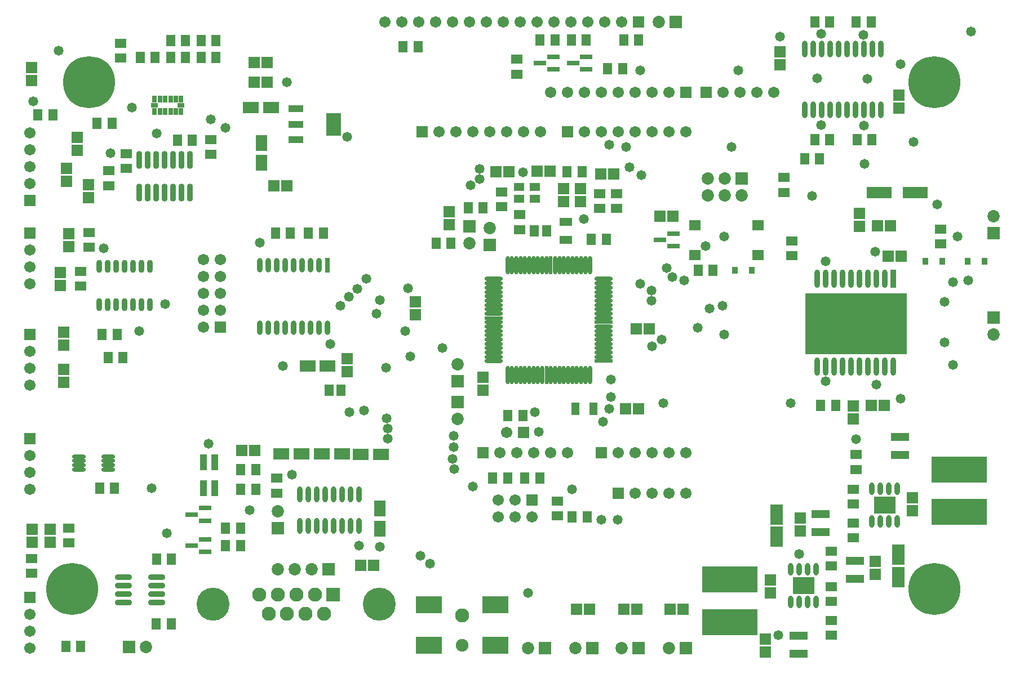
<source format=gts>
G04 Layer_Color=8388736*
%FSAX24Y24*%
%MOIN*%
G70*
G01*
G75*
%ADD97R,0.5986X0.3623*%
%ADD98O,0.0330X0.1080*%
%ADD99R,0.0330X0.1080*%
%ADD100O,0.0240X0.1080*%
%ADD101R,0.0240X0.1080*%
%ADD102O,0.1080X0.0240*%
%ADD103R,0.1080X0.0240*%
%ADD104R,0.0316X0.0867*%
%ADD105O,0.0316X0.0867*%
%ADD106O,0.1025X0.0356*%
%ADD107R,0.0710X0.0671*%
%ADD108R,0.0572X0.0651*%
%ADD109R,0.0651X0.0572*%
%ADD110R,0.0907X0.0434*%
%ADD111R,0.0907X0.1340*%
%ADD112O,0.0356X0.1064*%
%ADD113R,0.0316X0.0434*%
%ADD114R,0.0434X0.0316*%
%ADD115R,0.0749X0.0316*%
%ADD116R,0.1300X0.1029*%
%ADD117O,0.0316X0.0749*%
%ADD118O,0.0316X0.0986*%
%ADD119R,0.0690X0.0592*%
%ADD120O,0.0316X0.0946*%
%ADD121O,0.0808X0.0257*%
%ADD122R,0.3308X0.1537*%
%ADD123R,0.0749X0.1222*%
%ADD124R,0.0330X0.0410*%
%ADD125R,0.0671X0.0710*%
%ADD126R,0.1104X0.0513*%
%ADD127R,0.0710X0.0946*%
%ADD128R,0.0946X0.0710*%
%ADD129R,0.1458X0.0710*%
%ADD130R,0.0533X0.0651*%
%ADD131R,0.0749X0.0513*%
%ADD132R,0.0513X0.0749*%
%ADD133O,0.0356X0.0769*%
%ADD134R,0.0592X0.0513*%
%ADD135R,0.0395X0.0946*%
%ADD136R,0.1576X0.1025*%
%ADD137C,0.0730*%
%ADD138R,0.0730X0.0730*%
%ADD139C,0.0671*%
%ADD140R,0.0671X0.0671*%
%ADD141R,0.0671X0.0671*%
%ADD142C,0.3080*%
%ADD143R,0.0730X0.0730*%
%ADD144C,0.0830*%
%ADD145R,0.0830X0.0830*%
%ADD146C,0.1954*%
%ADD147C,0.0828*%
%ADD148C,0.0749*%
%ADD149C,0.0580*%
D97*
X060350Y030700D02*
D03*
D98*
X062550Y028141D02*
D03*
X062050D02*
D03*
X061550D02*
D03*
X061050D02*
D03*
X060550D02*
D03*
X060050D02*
D03*
X059550D02*
D03*
X059050D02*
D03*
X058550D02*
D03*
X058050D02*
D03*
Y033350D02*
D03*
X058550D02*
D03*
X059050D02*
D03*
X059550D02*
D03*
X060050D02*
D03*
X060550D02*
D03*
X061050D02*
D03*
X061550D02*
D03*
X062050D02*
D03*
D99*
X062550D02*
D03*
D100*
X044606Y027644D02*
D03*
X044350D02*
D03*
X044094D02*
D03*
X043838D02*
D03*
X043582D02*
D03*
X043326D02*
D03*
X043070D02*
D03*
X042814D02*
D03*
X042558D02*
D03*
X042302D02*
D03*
X041790D02*
D03*
X041534D02*
D03*
X041278D02*
D03*
X041022D02*
D03*
X040766D02*
D03*
X040510D02*
D03*
X040254D02*
D03*
X039998D02*
D03*
X039742D02*
D03*
Y034168D02*
D03*
X039998D02*
D03*
X040254D02*
D03*
X040510D02*
D03*
X040766D02*
D03*
X041022D02*
D03*
X041278D02*
D03*
X041534D02*
D03*
X041790D02*
D03*
X042046D02*
D03*
X042558D02*
D03*
X042814D02*
D03*
X043070D02*
D03*
X043326D02*
D03*
X043582D02*
D03*
X043838D02*
D03*
X044094D02*
D03*
X044350D02*
D03*
X044606D02*
D03*
D101*
X042046Y027644D02*
D03*
X042302Y034168D02*
D03*
D102*
X038912Y028474D02*
D03*
Y028730D02*
D03*
Y028986D02*
D03*
Y029242D02*
D03*
Y029498D02*
D03*
Y029754D02*
D03*
Y030010D02*
D03*
Y030266D02*
D03*
Y030522D02*
D03*
Y030778D02*
D03*
Y031290D02*
D03*
Y031546D02*
D03*
Y031802D02*
D03*
Y032058D02*
D03*
Y032314D02*
D03*
Y032570D02*
D03*
Y032826D02*
D03*
Y033082D02*
D03*
Y033338D02*
D03*
X045436D02*
D03*
Y033082D02*
D03*
Y032826D02*
D03*
Y032570D02*
D03*
Y032314D02*
D03*
Y032058D02*
D03*
Y031802D02*
D03*
Y031546D02*
D03*
Y031290D02*
D03*
Y031034D02*
D03*
Y030522D02*
D03*
Y030266D02*
D03*
Y030010D02*
D03*
Y029754D02*
D03*
Y029498D02*
D03*
Y029242D02*
D03*
Y028986D02*
D03*
Y028730D02*
D03*
D103*
X038912Y031034D02*
D03*
X045436Y030778D02*
D03*
Y028474D02*
D03*
D104*
X029100Y034151D02*
D03*
D105*
X028600D02*
D03*
X028100D02*
D03*
X027600D02*
D03*
X027100D02*
D03*
X026600D02*
D03*
X026100D02*
D03*
X025600D02*
D03*
X025100D02*
D03*
X029100Y030450D02*
D03*
X028600D02*
D03*
X028100D02*
D03*
X027600D02*
D03*
X027100D02*
D03*
X026600D02*
D03*
X026100D02*
D03*
X025600D02*
D03*
X025100D02*
D03*
D106*
X017026Y015700D02*
D03*
Y015200D02*
D03*
Y014700D02*
D03*
Y014200D02*
D03*
X018974Y015700D02*
D03*
Y015200D02*
D03*
Y014700D02*
D03*
Y014200D02*
D03*
D107*
X011600Y045848D02*
D03*
Y045081D02*
D03*
X030250Y028634D02*
D03*
Y027866D02*
D03*
X055300Y015534D02*
D03*
Y014766D02*
D03*
X063700Y019626D02*
D03*
Y020394D02*
D03*
X057050Y018409D02*
D03*
Y019177D02*
D03*
X061500Y016634D02*
D03*
Y015866D02*
D03*
X060200Y025066D02*
D03*
Y025834D02*
D03*
X062900Y043466D02*
D03*
Y044234D02*
D03*
X055868Y046024D02*
D03*
Y046791D02*
D03*
X038300Y026766D02*
D03*
Y027534D02*
D03*
X036300Y036566D02*
D03*
Y037334D02*
D03*
X055000Y011266D02*
D03*
Y012034D02*
D03*
X043050Y037916D02*
D03*
Y038684D02*
D03*
X044050Y037916D02*
D03*
Y038684D02*
D03*
X011624Y018534D02*
D03*
Y017766D02*
D03*
X012674Y018534D02*
D03*
Y017766D02*
D03*
X014950Y038934D02*
D03*
Y038166D02*
D03*
X013650Y039884D02*
D03*
Y039116D02*
D03*
X014300Y040966D02*
D03*
Y041734D02*
D03*
X034300Y031216D02*
D03*
Y031984D02*
D03*
X013800Y036034D02*
D03*
Y035266D02*
D03*
X013500Y030184D02*
D03*
Y029416D02*
D03*
X013300Y033734D02*
D03*
Y032966D02*
D03*
X013500Y027984D02*
D03*
Y027216D02*
D03*
X060550Y036466D02*
D03*
Y037234D02*
D03*
D108*
X057307Y040455D02*
D03*
X058193D02*
D03*
X046543Y045800D02*
D03*
X045657D02*
D03*
X042549Y047474D02*
D03*
X041663D02*
D03*
X043513D02*
D03*
X044399D02*
D03*
X059143Y025850D02*
D03*
X058257D02*
D03*
X058793Y048550D02*
D03*
X057907D02*
D03*
X060407Y041600D02*
D03*
X061293D02*
D03*
X060357Y048550D02*
D03*
X061243D02*
D03*
X058793Y041600D02*
D03*
X057907D02*
D03*
X046607Y047500D02*
D03*
X047493D02*
D03*
X023957Y022050D02*
D03*
X024843D02*
D03*
X023057Y017550D02*
D03*
X023943D02*
D03*
X023943Y018600D02*
D03*
X023057D02*
D03*
X024843Y020900D02*
D03*
X023957D02*
D03*
X036393Y035450D02*
D03*
X035507D02*
D03*
X051007Y033850D02*
D03*
X051893D02*
D03*
X038293Y037550D02*
D03*
X037407D02*
D03*
X039743Y021550D02*
D03*
X038857D02*
D03*
X041643D02*
D03*
X040757D02*
D03*
X044443Y019250D02*
D03*
X043557D02*
D03*
X044693Y035674D02*
D03*
X045579D02*
D03*
X040643Y025250D02*
D03*
X039757D02*
D03*
X044143Y039700D02*
D03*
X043257D02*
D03*
X016493Y020950D02*
D03*
X015607D02*
D03*
X013607Y011600D02*
D03*
X014493D02*
D03*
X019843Y012925D02*
D03*
X018957D02*
D03*
X018981Y016750D02*
D03*
X019867D02*
D03*
X020693Y046465D02*
D03*
X019807D02*
D03*
X016343Y042550D02*
D03*
X015457D02*
D03*
X020207Y041550D02*
D03*
X021093D02*
D03*
X011957Y043050D02*
D03*
X012843D02*
D03*
X022493Y046465D02*
D03*
X021607D02*
D03*
X022493Y047465D02*
D03*
X021607D02*
D03*
X018893Y046450D02*
D03*
X018007D02*
D03*
X019807Y047465D02*
D03*
X020693D02*
D03*
X016643Y030050D02*
D03*
X015757D02*
D03*
X034443Y047100D02*
D03*
X033557D02*
D03*
X016107Y028700D02*
D03*
X016993D02*
D03*
X026007Y036051D02*
D03*
X026893D02*
D03*
X028843D02*
D03*
X027957D02*
D03*
D109*
X015000Y035207D02*
D03*
Y036093D02*
D03*
X040300Y045457D02*
D03*
Y046343D02*
D03*
X058900Y016350D02*
D03*
Y017236D02*
D03*
X060200Y018893D02*
D03*
Y018007D02*
D03*
X058900Y013136D02*
D03*
Y012250D02*
D03*
X060350Y022067D02*
D03*
Y022953D02*
D03*
X058900Y014250D02*
D03*
Y015136D02*
D03*
X060200Y020893D02*
D03*
Y020007D02*
D03*
X026100Y021543D02*
D03*
Y020657D02*
D03*
X056100Y038457D02*
D03*
Y039343D02*
D03*
X039400Y037607D02*
D03*
Y038493D02*
D03*
X042700Y020193D02*
D03*
Y019307D02*
D03*
X040450Y037143D02*
D03*
Y036257D02*
D03*
X011600Y016793D02*
D03*
Y015907D02*
D03*
X013800Y017707D02*
D03*
Y018593D02*
D03*
X022200Y041593D02*
D03*
Y040707D02*
D03*
X017200Y040757D02*
D03*
Y039872D02*
D03*
X016150Y038857D02*
D03*
Y039743D02*
D03*
X016850Y047293D02*
D03*
Y046407D02*
D03*
X046200Y038393D02*
D03*
Y037507D02*
D03*
X045200Y038393D02*
D03*
Y037507D02*
D03*
X014500Y032907D02*
D03*
Y033793D02*
D03*
X065350Y035407D02*
D03*
Y036293D02*
D03*
X056550Y035593D02*
D03*
Y034707D02*
D03*
D110*
X027215Y043406D02*
D03*
Y042500D02*
D03*
Y041594D02*
D03*
D111*
X029459Y042500D02*
D03*
D112*
X017950Y038450D02*
D03*
X018450D02*
D03*
X018950D02*
D03*
X019450D02*
D03*
X019950D02*
D03*
X020450D02*
D03*
X020950D02*
D03*
X017950Y040379D02*
D03*
X018450D02*
D03*
X018950D02*
D03*
X019450D02*
D03*
X019950D02*
D03*
X020450D02*
D03*
X020950D02*
D03*
D113*
X020437Y043989D02*
D03*
X020122D02*
D03*
X019807D02*
D03*
X019493D02*
D03*
X019178D02*
D03*
X018863D02*
D03*
Y043241D02*
D03*
X019178D02*
D03*
X019493D02*
D03*
X019807D02*
D03*
X020122D02*
D03*
X020437D02*
D03*
D114*
X018863Y043615D02*
D03*
X020437D02*
D03*
D115*
X021844Y017176D02*
D03*
Y017924D02*
D03*
X021056Y017550D02*
D03*
X021844Y019026D02*
D03*
Y019774D02*
D03*
X021056Y019400D02*
D03*
X042450Y045750D02*
D03*
Y046498D02*
D03*
X041663Y046124D02*
D03*
X044400Y045750D02*
D03*
Y046498D02*
D03*
X043613Y046124D02*
D03*
X049544Y035276D02*
D03*
Y036024D02*
D03*
X048756Y035650D02*
D03*
D116*
X057250Y015193D02*
D03*
X062041Y019960D02*
D03*
D117*
X058000Y016157D02*
D03*
X057500D02*
D03*
X057000D02*
D03*
X056500D02*
D03*
X058000Y014228D02*
D03*
X057500D02*
D03*
X057000D02*
D03*
X056500D02*
D03*
X061291Y018995D02*
D03*
X061791D02*
D03*
X062291D02*
D03*
X062791D02*
D03*
X061291Y020924D02*
D03*
X061791D02*
D03*
X062291D02*
D03*
X062791D02*
D03*
D118*
X061818Y046941D02*
D03*
X061318D02*
D03*
X060818D02*
D03*
X060318D02*
D03*
X059818D02*
D03*
X059318D02*
D03*
X058818D02*
D03*
X058318D02*
D03*
X057818D02*
D03*
X057318D02*
D03*
X061818Y043359D02*
D03*
X061318D02*
D03*
X060818D02*
D03*
X060318D02*
D03*
X059818D02*
D03*
X059318D02*
D03*
X058818D02*
D03*
X058318D02*
D03*
X057818D02*
D03*
X057318D02*
D03*
D119*
X050830Y036536D02*
D03*
X054570D02*
D03*
X050830Y034764D02*
D03*
X054570D02*
D03*
D120*
X030950Y020595D02*
D03*
X030450D02*
D03*
X029950D02*
D03*
X029450D02*
D03*
X028950D02*
D03*
X028450D02*
D03*
X027950D02*
D03*
X027450D02*
D03*
X030950Y018705D02*
D03*
X030450D02*
D03*
X029950D02*
D03*
X029450D02*
D03*
X028950D02*
D03*
X028450D02*
D03*
X027950D02*
D03*
X027450D02*
D03*
D121*
X014384Y022834D02*
D03*
Y022578D02*
D03*
Y022322D02*
D03*
Y022066D02*
D03*
X016116Y022834D02*
D03*
Y022578D02*
D03*
Y022322D02*
D03*
Y022066D02*
D03*
D122*
X052900Y015553D02*
D03*
Y013033D02*
D03*
X066450Y019550D02*
D03*
Y022070D02*
D03*
D123*
X055650Y019402D02*
D03*
Y018083D02*
D03*
X062850Y015691D02*
D03*
Y017009D02*
D03*
D124*
X067947Y034400D02*
D03*
X066952D02*
D03*
X054197Y033850D02*
D03*
X053202D02*
D03*
X065447Y034400D02*
D03*
X064452D02*
D03*
D125*
X024766Y046150D02*
D03*
X025534D02*
D03*
X024766Y045000D02*
D03*
X025534D02*
D03*
X062034Y025850D02*
D03*
X061266D02*
D03*
X063034Y034700D02*
D03*
X062266D02*
D03*
X024784Y023200D02*
D03*
X024016D02*
D03*
X039834Y039700D02*
D03*
X039066D02*
D03*
X025916Y038850D02*
D03*
X026684D02*
D03*
X031834Y016400D02*
D03*
X031066D02*
D03*
X047484Y025650D02*
D03*
X046716D02*
D03*
X049534Y037050D02*
D03*
X048766D02*
D03*
X041502Y039724D02*
D03*
X042270D02*
D03*
X047366Y030400D02*
D03*
X048134D02*
D03*
X046034Y039550D02*
D03*
X045266D02*
D03*
X062384Y036500D02*
D03*
X061616D02*
D03*
X043816Y013800D02*
D03*
X044584D02*
D03*
X049366D02*
D03*
X050134D02*
D03*
X046616D02*
D03*
X047384D02*
D03*
D126*
X056950Y012224D02*
D03*
Y011161D02*
D03*
X062950Y022928D02*
D03*
Y023991D02*
D03*
X058250Y019424D02*
D03*
Y018361D02*
D03*
X060300Y015578D02*
D03*
Y016641D02*
D03*
D127*
X025200Y041391D02*
D03*
Y040209D02*
D03*
X032200Y019741D02*
D03*
Y018559D02*
D03*
D128*
X024559Y043500D02*
D03*
X025741D02*
D03*
X026359Y023000D02*
D03*
X027541D02*
D03*
X029941D02*
D03*
X028759D02*
D03*
X032241Y022950D02*
D03*
X031059D02*
D03*
X029091Y028200D02*
D03*
X027909D02*
D03*
D129*
X063863Y038450D02*
D03*
X061737D02*
D03*
D130*
X029904Y026750D02*
D03*
X029196D02*
D03*
X042040Y036174D02*
D03*
X041332D02*
D03*
D131*
X043200Y036731D02*
D03*
Y035668D02*
D03*
D132*
X043769Y025650D02*
D03*
X044831D02*
D03*
D133*
X015600Y031828D02*
D03*
X016100D02*
D03*
X016600D02*
D03*
X017100D02*
D03*
X017600D02*
D03*
X018100D02*
D03*
X018600D02*
D03*
X015600Y034072D02*
D03*
X016100D02*
D03*
X016600D02*
D03*
X017100D02*
D03*
X017600D02*
D03*
X018100D02*
D03*
X018600D02*
D03*
D134*
X040436Y038074D02*
D03*
X041342D02*
D03*
Y038782D02*
D03*
X040436D02*
D03*
D135*
X022419Y020950D02*
D03*
X021750D02*
D03*
X022419Y022500D02*
D03*
X021750D02*
D03*
D136*
X039018Y014052D02*
D03*
X035081D02*
D03*
X039018Y011650D02*
D03*
X035081D02*
D03*
D137*
X051600Y038300D02*
D03*
Y039300D02*
D03*
X052600Y038300D02*
D03*
Y039300D02*
D03*
X053600Y038300D02*
D03*
X049300Y011500D02*
D03*
X046500D02*
D03*
X043750D02*
D03*
X028150Y016150D02*
D03*
X027150D02*
D03*
X026150D02*
D03*
X018350Y011550D02*
D03*
X036800Y025050D02*
D03*
X040950Y011500D02*
D03*
X048700Y048550D02*
D03*
X037500Y035450D02*
D03*
X038700Y036350D02*
D03*
X026150Y019600D02*
D03*
X036800Y028300D02*
D03*
X068500Y037050D02*
D03*
Y030050D02*
D03*
D138*
X053600Y039300D02*
D03*
X050300Y011500D02*
D03*
X047500D02*
D03*
X044750D02*
D03*
X029150Y016150D02*
D03*
X017350Y011550D02*
D03*
X041950Y011500D02*
D03*
X049700Y048550D02*
D03*
D139*
X039200Y019250D02*
D03*
Y020250D02*
D03*
X040200Y019250D02*
D03*
Y020250D02*
D03*
X041200Y019250D02*
D03*
X046500Y048550D02*
D03*
X045500D02*
D03*
X044500D02*
D03*
X043500D02*
D03*
X042500D02*
D03*
X041500D02*
D03*
X040500D02*
D03*
X039500D02*
D03*
X038500D02*
D03*
X037500D02*
D03*
X036500D02*
D03*
X035500D02*
D03*
X034500D02*
D03*
X033500D02*
D03*
X032500D02*
D03*
X048300Y044400D02*
D03*
X047300D02*
D03*
X046300D02*
D03*
X045300D02*
D03*
X044300D02*
D03*
X043300D02*
D03*
X042300D02*
D03*
X049300D02*
D03*
X011500Y011500D02*
D03*
Y012500D02*
D03*
Y013500D02*
D03*
Y042000D02*
D03*
Y041000D02*
D03*
Y040000D02*
D03*
Y039000D02*
D03*
Y020900D02*
D03*
Y021900D02*
D03*
Y022900D02*
D03*
X035700Y042050D02*
D03*
X036700D02*
D03*
X037700D02*
D03*
X038700D02*
D03*
X039700D02*
D03*
X040700D02*
D03*
X041700D02*
D03*
X039700Y024250D02*
D03*
X011500Y027050D02*
D03*
Y028050D02*
D03*
Y029050D02*
D03*
Y033050D02*
D03*
Y034050D02*
D03*
Y035050D02*
D03*
X044300Y042050D02*
D03*
X045300D02*
D03*
X046300D02*
D03*
X047300D02*
D03*
X048300D02*
D03*
X049300D02*
D03*
X050300D02*
D03*
X046300Y023050D02*
D03*
X047300D02*
D03*
X048300D02*
D03*
X049300D02*
D03*
X050300D02*
D03*
X043300D02*
D03*
X042300D02*
D03*
X041300D02*
D03*
X040300D02*
D03*
X039300D02*
D03*
X021750Y030501D02*
D03*
X022750Y031501D02*
D03*
X021750D02*
D03*
X022750Y032501D02*
D03*
X021750D02*
D03*
X022750Y033501D02*
D03*
X021750D02*
D03*
X022750Y034501D02*
D03*
X021750D02*
D03*
X047300Y020650D02*
D03*
X048300D02*
D03*
X049300D02*
D03*
X050300D02*
D03*
X052500Y044400D02*
D03*
X053500D02*
D03*
X054500D02*
D03*
X055500D02*
D03*
D140*
X041200Y020250D02*
D03*
X047500Y048550D02*
D03*
X050300Y044400D02*
D03*
X034700Y042050D02*
D03*
X040700Y024250D02*
D03*
X043300Y042050D02*
D03*
X045300Y023050D02*
D03*
X038300D02*
D03*
X046300Y020650D02*
D03*
X051500Y044400D02*
D03*
D141*
X011500Y014500D02*
D03*
Y038000D02*
D03*
Y023900D02*
D03*
Y030050D02*
D03*
Y036050D02*
D03*
X022750Y030501D02*
D03*
D142*
X014000Y015000D02*
D03*
X015000Y045000D02*
D03*
X065000Y015000D02*
D03*
Y045000D02*
D03*
D143*
X036800Y026050D02*
D03*
X037500Y036450D02*
D03*
X038700Y035350D02*
D03*
X026150Y018600D02*
D03*
X036800Y027300D02*
D03*
X068500Y036050D02*
D03*
Y031050D02*
D03*
D144*
X025069Y014649D02*
D03*
X025614Y013531D02*
D03*
X026159Y014649D02*
D03*
X026705Y013531D02*
D03*
X027250Y014649D02*
D03*
X027795Y013531D02*
D03*
X028341Y014649D02*
D03*
X028886Y013531D02*
D03*
D145*
X029431Y014649D02*
D03*
D146*
X032169Y014090D02*
D03*
X022331D02*
D03*
D147*
X037050Y013422D02*
D03*
D148*
Y011650D02*
D03*
D149*
X057200Y015200D02*
D03*
X062041Y019960D02*
D03*
X057750Y038250D02*
D03*
X060550Y029250D02*
D03*
X060450Y032100D02*
D03*
X059250Y030600D02*
D03*
X061750D02*
D03*
X062950Y029250D02*
D03*
X062900Y032050D02*
D03*
X057750Y029300D02*
D03*
Y032100D02*
D03*
X066100Y028250D02*
D03*
Y033150D02*
D03*
X067000Y033250D02*
D03*
X047650Y039500D02*
D03*
X044250Y036900D02*
D03*
X035150Y016500D02*
D03*
X034600Y016950D02*
D03*
X063000Y046050D02*
D03*
X040950Y014750D02*
D03*
X060850Y040150D02*
D03*
X058300Y042450D02*
D03*
X060818Y042418D02*
D03*
X063750Y041450D02*
D03*
X055750Y012250D02*
D03*
X032000Y031300D02*
D03*
X032200Y032100D02*
D03*
X033850Y032800D02*
D03*
X035900Y029250D02*
D03*
X036600Y022100D02*
D03*
X036500Y022700D02*
D03*
X041350Y025450D02*
D03*
X041600Y024300D02*
D03*
X043550Y020900D02*
D03*
X036550Y023400D02*
D03*
X037700Y021050D02*
D03*
X036550Y024050D02*
D03*
X032650Y023900D02*
D03*
Y024500D02*
D03*
X045750Y025650D02*
D03*
X037550Y038900D02*
D03*
X038100Y039850D02*
D03*
Y039250D02*
D03*
X046950Y039950D02*
D03*
X024500Y019650D02*
D03*
X057000Y017050D02*
D03*
X013200Y046850D02*
D03*
X022200Y042800D02*
D03*
X045300Y019100D02*
D03*
X046250D02*
D03*
X011700Y043850D02*
D03*
X065150Y037750D02*
D03*
X055868Y047700D02*
D03*
X030250Y041750D02*
D03*
X045850Y026350D02*
D03*
X049500Y033450D02*
D03*
X049150Y034000D02*
D03*
X048250Y032050D02*
D03*
X050200Y033250D02*
D03*
X019500Y031850D02*
D03*
X034000Y028750D02*
D03*
X032600Y025100D02*
D03*
X032200Y017500D02*
D03*
X030950Y017550D02*
D03*
X048950Y026000D02*
D03*
X047600Y045700D02*
D03*
X017950Y030250D02*
D03*
X060800Y047800D02*
D03*
X017528Y043492D02*
D03*
X023050Y042300D02*
D03*
X016250Y040800D02*
D03*
X058068Y045225D02*
D03*
X061018Y045175D02*
D03*
X015843Y035157D02*
D03*
X058300Y047850D02*
D03*
X061550Y027100D02*
D03*
X053000Y041150D02*
D03*
X048250Y032650D02*
D03*
X047600Y033050D02*
D03*
X051700Y031600D02*
D03*
X045850Y027400D02*
D03*
X051000Y030450D02*
D03*
X052550Y030050D02*
D03*
X051450Y035300D02*
D03*
X052450Y031750D02*
D03*
X046745Y041145D02*
D03*
X056500Y026000D02*
D03*
X025100Y035501D02*
D03*
X019000Y041950D02*
D03*
X063000Y026250D02*
D03*
X060350Y023850D02*
D03*
X027000Y021750D02*
D03*
X048850Y029750D02*
D03*
X048300Y029350D02*
D03*
X030400Y025450D02*
D03*
X031250Y025550D02*
D03*
X026450Y028200D02*
D03*
X029850Y031750D02*
D03*
X030850Y032750D02*
D03*
X032550Y028100D02*
D03*
X029250Y029500D02*
D03*
X026700Y045000D02*
D03*
X033700Y030250D02*
D03*
X040650Y039650D02*
D03*
X065600Y029600D02*
D03*
Y032000D02*
D03*
X045400Y024900D02*
D03*
X019600Y018300D02*
D03*
X031400Y033350D02*
D03*
X022050Y023600D02*
D03*
X018700Y020950D02*
D03*
X067150Y048000D02*
D03*
X045750Y041300D02*
D03*
X058550Y034400D02*
D03*
Y027300D02*
D03*
X061500Y034950D02*
D03*
X066350Y035850D02*
D03*
X053400Y045700D02*
D03*
X052550Y035850D02*
D03*
X030350Y032300D02*
D03*
M02*

</source>
